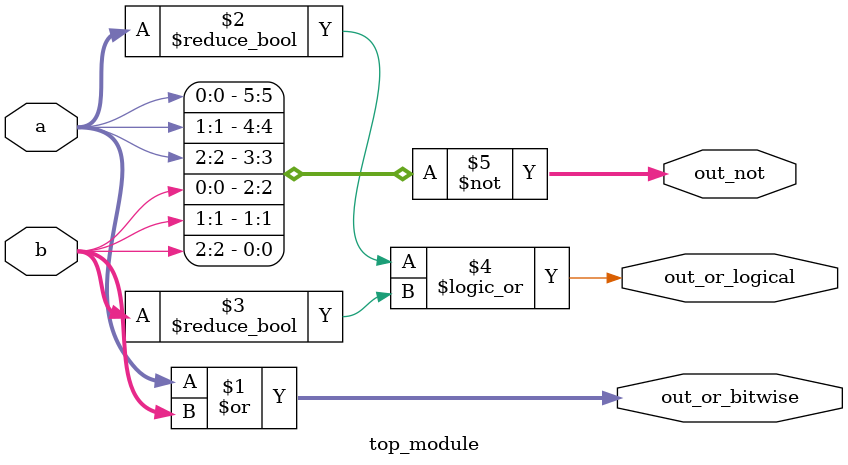
<source format=sv>
module top_module(
    input [2:0] a, 
    input [2:0] b, 
    output [2:0] out_or_bitwise,
    output out_or_logical,
    output [5:0] out_not
);
    
    assign out_or_bitwise = a | b;
    assign out_or_logical = (a != 3'b000) || (b != 3'b000);
    assign out_not = ~{a[0], a[1], a[2], b[0], b[1], b[2]};
    
endmodule

</source>
